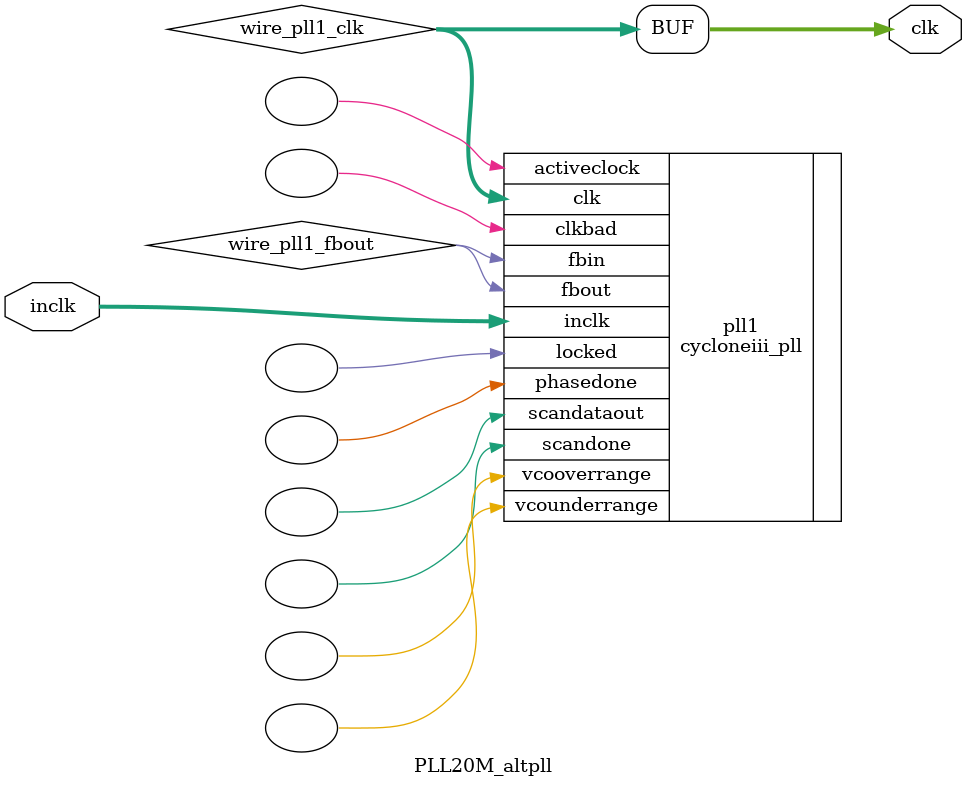
<source format=v>






//synthesis_resources = cycloneiii_pll 1 
//synopsys translate_off
`timescale 1 ps / 1 ps
//synopsys translate_on
module  PLL20M_altpll
	( 
	clk,
	inclk) /* synthesis synthesis_clearbox=1 */;
	output   [4:0]  clk;
	input   [1:0]  inclk;
`ifndef ALTERA_RESERVED_QIS
// synopsys translate_off
`endif
	tri0   [1:0]  inclk;
`ifndef ALTERA_RESERVED_QIS
// synopsys translate_on
`endif

	wire  [4:0]   wire_pll1_clk;
	wire  wire_pll1_fbout;

	cycloneiii_pll   pll1
	( 
	.activeclock(),
	.clk(wire_pll1_clk),
	.clkbad(),
	.fbin(wire_pll1_fbout),
	.fbout(wire_pll1_fbout),
	.inclk(inclk),
	.locked(),
	.phasedone(),
	.scandataout(),
	.scandone(),
	.vcooverrange(),
	.vcounderrange()
	`ifndef FORMAL_VERIFICATION
	// synopsys translate_off
	`endif
	,
	.areset(1'b0),
	.clkswitch(1'b0),
	.configupdate(1'b0),
	.pfdena(1'b1),
	.phasecounterselect({3{1'b0}}),
	.phasestep(1'b0),
	.phaseupdown(1'b0),
	.scanclk(1'b0),
	.scanclkena(1'b1),
	.scandata(1'b0)
	`ifndef FORMAL_VERIFICATION
	// synopsys translate_on
	`endif
	);
	defparam
		pll1.bandwidth_type = "auto",
		pll1.clk0_divide_by = 1000,
		pll1.clk0_duty_cycle = 50,
		pll1.clk0_multiply_by = 1,
		pll1.clk0_phase_shift = "0",
		pll1.compensate_clock = "clk0",
		pll1.inclk0_input_frequency = 50000,
		pll1.operation_mode = "normal",
		pll1.pll_type = "auto",
		pll1.lpm_type = "cycloneiii_pll";
	assign
		clk = {wire_pll1_clk[4:0]};
endmodule //PLL20M_altpll
//VALID FILE

</source>
